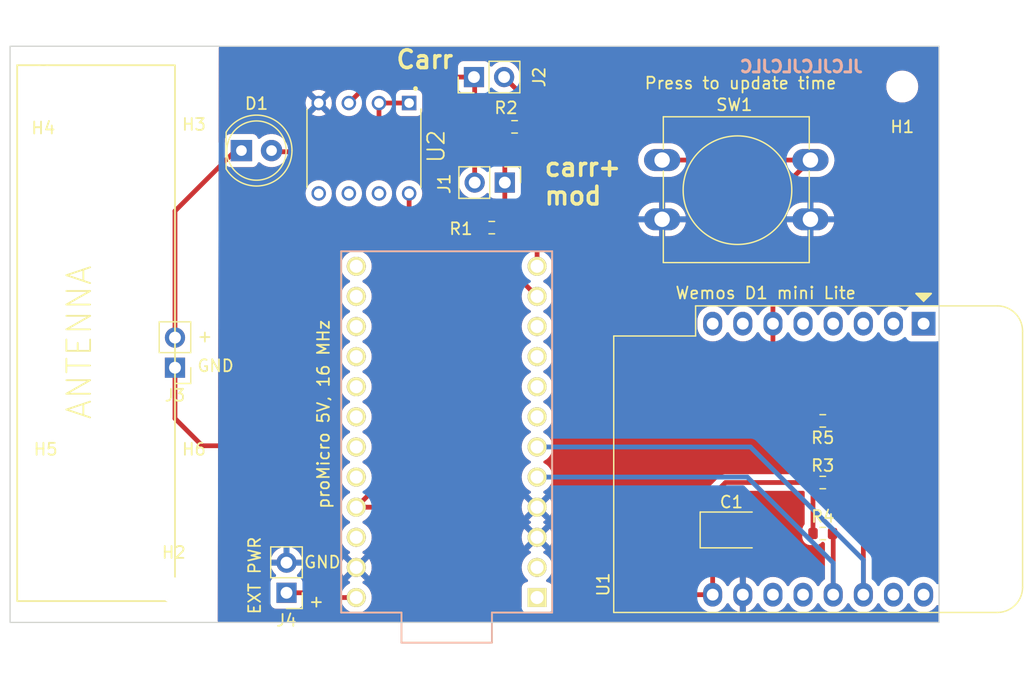
<source format=kicad_pcb>
(kicad_pcb (version 20221018) (generator pcbnew)
  (layers (0 "F.Cu" signal) (31 "B.Cu" signal) (34 "B.Paste" user) (35 "F.Paste" user) (36 "B.SilkS" user "B.Silkscreen") (37 "F.SilkS" user "F.Silkscreen") (38 "B.Mask" user) (39 "F.Mask" user) (44 "Edge.Cuts" user))
  (net 0 "")
  (net 1 "+5V")
  (net 2 "GND")
  (net 3 "Net-(D1-K)")
  (net 4 "Net-(D1-A)")
  (net 7 "Net-(J1-Pin_1)")
  (net 21 "Net-(J1-Pin_2)")
  (net 22 "/Carrier")
  (net 23 "Net-(U1-SCL{slash}D1)")
  (net 24 "Net-(U1-SDA{slash}D2)")
  (net 25 "Net-(U1-MOSI{slash}D7)")
  (net 26 "Vin")
  (net 27 "/Modulator")
  (footprint "MountingHole:MountingHole_2.2mm_M2" (layer "F.Cu") (at 208.7 53.4)
    (fp_text reference "H1" (at 0 3.4) (layer "F.SilkS"))
    (fp_text value "PCBHole")
    (pad "" np_thru_hole circle (at 0 0) (size 2.2 2.2) (drill 2.2) (layers "*.Cu" "*.Mask"))
  )
  (footprint "MountingHole:MountingHole_2.5mm" (layer "F.Cu") (at 136.3 53)
    (fp_text reference "H4" (at 0 3.9) (layer "F.SilkS"))
    (fp_text value "ANNTHole")
    (pad "" np_thru_hole circle (at 0 0) (size 2.5 2.5) (drill 2.5) (layers "*.Cu" "*.Mask"))
  )
  (footprint "Button_Switch_THT:SW_PUSH-12mm" (layer "F.Cu") (at 188.46 59.6)
    (fp_text reference "SW1" (at 6.08 -4.66) (layer "F.SilkS"))
    (fp_text value "SW_Push")
    (fp_line (start 0.1 -3.65) (end 12.4 -3.65) (stroke (width 0.12)) (layer "F.SilkS"))
    (fp_line (start 0.1 -0.93) (end 0.1 -3.65) (stroke (width 0.12)) (layer "F.SilkS"))
    (fp_line (start 0.1 4.07) (end 0.1 0.93) (stroke (width 0.12)) (layer "F.SilkS"))
    (fp_line (start 0.1 8.65) (end 0.1 5.93) (stroke (width 0.12)) (layer "F.SilkS"))
    (fp_line (start 12.4 -3.65) (end 12.4 -0.93) (stroke (width 0.12)) (layer "F.SilkS"))
    (fp_line (start 12.4 0.93) (end 12.4 4.07) (stroke (width 0.12)) (layer "F.SilkS"))
    (fp_line (start 12.4 5.93) (end 12.4 8.65) (stroke (width 0.12)) (layer "F.SilkS"))
    (fp_line (start 12.4 8.65) (end 0.1 8.65) (stroke (width 0.12)) (layer "F.SilkS"))
    (fp_circle (center 6.35 2.54) (end 10.16 5.08) (stroke (width 0.12)) (fill none) (layer "F.SilkS"))
    (pad "1" thru_hole oval (at 0 0) (size 3.048 1.85) (drill 1.3) (layers "*.Cu" "*.Mask") (net 25 "Net-(U1-MOSI{slash}D7)"))
    (pad "1" thru_hole oval (at 12.5 0) (size 3.048 1.85) (drill 1.3) (layers "*.Cu" "*.Mask") (net 25 "Net-(U1-MOSI{slash}D7)"))
    (pad "2" thru_hole oval (at 0 5) (size 3.048 1.85) (drill 1.3) (layers "*.Cu" "*.Mask") (net 2 "GND"))
    (pad "2" thru_hole oval (at 12.5 5) (size 3.048 1.85) (drill 1.3) (layers "*.Cu" "*.Mask") (net 2 "GND"))
  )
  (footprint "Connector_PinHeader_2.54mm:PinHeader_1x02_P2.54mm_Vertical" (layer "F.Cu") (at 156.8 96.1 180)
    (fp_text reference "J4" (at 0 -2.33) (layer "F.SilkS"))
    (fp_text value "Conn_01x02_Pin")
    (fp_line (start -1.33 -1.33) (end 0 -1.33) (stroke (width 0.12)) (layer "F.SilkS"))
    (fp_line (start -1.33 0) (end -1.33 -1.33) (stroke (width 0.12)) (layer "F.SilkS"))
    (fp_line (start -1.33 1.27) (end -1.33 3.87) (stroke (width 0.12)) (layer "F.SilkS"))
    (fp_line (start -1.33 1.27) (end 1.33 1.27) (stroke (width 0.12)) (layer "F.SilkS"))
    (fp_line (start -1.33 3.87) (end 1.33 3.87) (stroke (width 0.12)) (layer "F.SilkS"))
    (fp_line (start 1.33 1.27) (end 1.33 3.87) (stroke (width 0.12)) (layer "F.SilkS"))
    (pad "1" thru_hole rect (at 0 0 180) (size 1.7 1.7) (drill 1) (layers "*.Cu" "*.Mask") (net 26 "Vin"))
    (pad "2" thru_hole oval (at 0 2.54 180) (size 1.7 1.7) (drill 1) (layers "*.Cu" "*.Mask") (net 2 "GND"))
  )
  (footprint "Capacitor_Tantalum_SMD:CP_EIA-3528-12_Kemet-T_Pad1.50x2.35mm_HandSolder" (layer "F.Cu") (at 194.3 90.8)
    (fp_text reference "C1" (at 0 -2.35) (layer "F.SilkS"))
    (fp_text value "C_Polarized")
    (fp_line (start -2.635 -1.51) (end -2.635 1.51) (stroke (width 0.12)) (layer "F.SilkS"))
    (fp_line (start -2.635 1.51) (end 1.75 1.51) (stroke (width 0.12)) (layer "F.SilkS"))
    (fp_line (start 1.75 -1.51) (end -2.635 -1.51) (stroke (width 0.12)) (layer "F.SilkS"))
    (pad "1" smd roundrect (at -1.625 0) (size 1.5 2.35) (layers "F.Cu" "F.Paste" "F.Mask") (roundrect_rratio 0.166667) (net 1 "+5V"))
    (pad "2" smd roundrect (at 1.625 0) (size 1.5 2.35) (layers "F.Cu" "F.Paste" "F.Mask") (roundrect_rratio 0.166667) (net 2 "GND"))
  )
  (footprint "MountingHole:MountingHole_2.5mm" (layer "F.Cu") (at 149 87.5)
    (fp_text reference "H6" (at 0 -3.5) (layer "F.SilkS"))
    (fp_text value "ANNTHole")
    (pad "" np_thru_hole circle (at 0 0) (size 2.5 2.5) (drill 2.5) (layers "*.Cu" "*.Mask"))
  )
  (footprint "MountingHole:MountingHole_2.5mm" (layer "F.Cu") (at 136.5 87.5)
    (fp_text reference "H5" (at 0 -3.5) (layer "F.SilkS"))
    (fp_text value "ANNTHole")
    (pad "" np_thru_hole circle (at 0 0) (size 2.5 2.5) (drill 2.5) (layers "*.Cu" "*.Mask"))
  )
  (footprint "MountingHole:MountingHole_2.5mm" (layer "F.Cu") (at 149 53)
    (fp_text reference "H3" (at 0 3.6) (layer "F.SilkS"))
    (fp_text value "ANNTHole")
    (pad "" np_thru_hole circle (at 0 0) (size 2.5 2.5) (drill 2.5) (layers "*.Cu" "*.Mask"))
  )
  (footprint "LED_THT:LED_D5.0mm" (layer "F.Cu") (at 153 58.8)
    (fp_text reference "D1" (at 1.27 -3.96) (layer "F.SilkS"))
    (fp_text value "LED")
    (fp_line (start -1.29 -1.545) (end -1.29 1.545) (stroke (width 0.12)) (layer "F.SilkS"))
    (fp_arc (start -1.29 -1.54483) (mid 2.072002 -2.880433) (end 4.26 0.000462) (stroke (width 0.12)) (layer "F.SilkS"))
    (fp_arc (start 4.26 -0.000462) (mid 2.072002 2.880433) (end -1.29 1.54483) (stroke (width 0.12)) (layer "F.SilkS"))
    (fp_circle (center 1.27 0) (end 3.77 0) (stroke (width 0.12)) (fill none) (layer "F.SilkS"))
    (pad "1" thru_hole rect (at 0 0) (size 1.8 1.8) (drill 0.9) (layers "*.Cu" "*.Mask") (net 3 "Net-(D1-K)"))
    (pad "2" thru_hole circle (at 2.54 0) (size 1.8 1.8) (drill 0.9) (layers "*.Cu" "*.Mask") (net 4 "Net-(D1-A)"))
  )
  (footprint "MountingHole:MountingHole_2.2mm_M2" (layer "F.Cu") (at 147.3 95.9)
    (fp_text reference "H2" (at 0 -3.2) (layer "F.SilkS"))
    (fp_text value "PCBHole")
    (pad "" np_thru_hole circle (at 0 0) (size 2.2 2.2) (drill 2.2) (layers "*.Cu" "*.Mask"))
  )
  (footprint "Resistor_SMD:R_0603_1608Metric" (layer "F.Cu") (at 176.025 56.8 180)
    (fp_text reference "R2" (at 0.725 1.6) (layer "F.SilkS"))
    (fp_text value "10k")
    (fp_line (start -0.237258 -0.5225) (end 0.237258 -0.5225) (stroke (width 0.12)) (layer "F.SilkS"))
    (fp_line (start -0.237258 0.5225) (end 0.237258 0.5225) (stroke (width 0.12)) (layer "F.SilkS"))
    (pad "1" smd roundrect (at -0.825 0 180) (size 0.8 0.95) (layers "F.Cu" "F.Paste" "F.Mask") (net 22 "/Carrier"))
    (pad "2" smd roundrect (at 0.825 0 180) (size 0.8 0.95) (layers "F.Cu" "F.Paste" "F.Mask") (net 7 "Net-(J1-Pin_1)"))
  )
  (footprint "Resistor_SMD:R_0603_1608Metric" (layer "F.Cu") (at 202 81.6 180)
    (fp_text reference "R5" (at 0 -1.43) (layer "F.SilkS"))
    (fp_text value "4k7")
    (fp_line (start -0.237258 -0.5225) (end 0.237258 -0.5225) (stroke (width 0.12)) (layer "F.SilkS"))
    (fp_line (start -0.237258 0.5225) (end 0.237258 0.5225) (stroke (width 0.12)) (layer "F.SilkS"))
    (pad "1" smd roundrect (at -0.825 0 180) (size 0.8 0.95) (layers "F.Cu" "F.Paste" "F.Mask") (net 25 "Net-(U1-MOSI{slash}D7)"))
    (pad "2" smd roundrect (at 0.825 0 180) (size 0.8 0.95) (layers "F.Cu" "F.Paste" "F.Mask") (net 1 "+5V"))
  )
  (footprint "_MyLib:DIP762W46P254L960H508Q8" (layer "F.Cu") (at 163.325 58.6 -90)
    (fp_text reference "U2" (at -0.155 -6.089 90) (layer "F.SilkS") (effects (font (size 1.4 1.4))))
    (fp_text value "LM358N")
    (fp_line (start -3.3 -4.8) (end 3.3 -4.8) (stroke (width 0.127)) (layer "F.SilkS"))
    (fp_line (start -3.3 4.8) (end 3.3 4.8) (stroke (width 0.127)) (layer "F.SilkS"))
    (fp_circle (center -5.03 -4.35) (end -4.93 -4.35) (stroke (width 0.2)) (fill none) (layer "F.SilkS"))
    (pad "1" thru_hole rect (at -3.81 -3.81 270) (size 1.22 1.22) (drill 0.81) (layers "*.Cu" "*.Mask") (net 4 "Net-(D1-A)"))
    (pad "2" thru_hole circle (at -3.81 -1.27 270) (size 1.22 1.22) (drill 0.81) (layers "*.Cu" "*.Mask") (net 4 "Net-(D1-A)"))
    (pad "3" thru_hole circle (at -3.81 1.27 270) (size 1.22 1.22) (drill 0.81) (layers "*.Cu" "*.Mask") (net 21 "Net-(J1-Pin_2)"))
    (pad "4" thru_hole circle (at -3.81 3.81 270) (size 1.22 1.22) (drill 0.81) (layers "*.Cu" "*.Mask") (net 2 "GND"))
    (pad "5" thru_hole circle (at 3.81 3.81 270) (size 1.22 1.22) (drill 0.81) (layers "*.Cu" "*.Mask"))
    (pad "6" thru_hole circle (at 3.81 1.27 270) (size 1.22 1.22) (drill 0.81) (layers "*.Cu" "*.Mask"))
    (pad "7" thru_hole circle (at 3.81 -1.27 270) (size 1.22 1.22) (drill 0.81) (layers "*.Cu" "*.Mask"))
    (pad "8" thru_hole circle (at 3.81 -3.81 270) (size 1.22 1.22) (drill 0.81) (layers "*.Cu" "*.Mask") (net 1 "+5V"))
  )
  (footprint "Resistor_SMD:R_0603_1608Metric" (layer "F.Cu") (at 202 86.8)
    (fp_text reference "R3" (at 0 -1.43) (layer "F.SilkS"))
    (fp_text value "4k7")
    (fp_line (start -0.237258 -0.5225) (end 0.237258 -0.5225) (stroke (width 0.12)) (layer "F.SilkS"))
    (fp_line (start -0.237258 0.5225) (end 0.237258 0.5225) (stroke (width 0.12)) (layer "F.SilkS"))
    (pad "1" smd roundrect (at -0.825 0) (size 0.8 0.95) (layers "F.Cu" "F.Paste" "F.Mask") (net 1 "+5V"))
    (pad "2" smd roundrect (at 0.825 0) (size 0.8 0.95) (layers "F.Cu" "F.Paste" "F.Mask") (net 23 "Net-(U1-SCL{slash}D1)"))
  )
  (footprint "Connector_PinHeader_2.54mm:PinHeader_1x02_P2.54mm_Vertical" (layer "F.Cu") (at 147.4 77.115 180)
    (fp_text reference "J3" (at 0 -2.33) (layer "F.SilkS"))
    (fp_text value "ANT1")
    (fp_line (start -1.33 -1.33) (end 0 -1.33) (stroke (width 0.12)) (layer "F.SilkS"))
    (fp_line (start -1.33 0) (end -1.33 -1.33) (stroke (width 0.12)) (layer "F.SilkS"))
    (fp_line (start -1.33 1.27) (end -1.33 3.87) (stroke (width 0.12)) (layer "F.SilkS"))
    (fp_line (start -1.33 1.27) (end 1.33 1.27) (stroke (width 0.12)) (layer "F.SilkS"))
    (fp_line (start -1.33 3.87) (end 1.33 3.87) (stroke (width 0.12)) (layer "F.SilkS"))
    (fp_line (start 1.33 1.27) (end 1.33 3.87) (stroke (width 0.12)) (layer "F.SilkS"))
    (pad "1" thru_hole rect (at 0 0 180) (size 1.7 1.7) (drill 1) (layers "*.Cu" "*.Mask") (net 2 "GND"))
    (pad "2" thru_hole oval (at 0 2.54 180) (size 1.7 1.7) (drill 1) (layers "*.Cu" "*.Mask") (net 3 "Net-(D1-K)"))
  )
  (footprint "Resistor_SMD:R_0603_1608Metric" (layer "F.Cu") (at 202 91.1)
    (fp_text reference "R4" (at 0 -1.43) (layer "F.SilkS"))
    (fp_text value "4k7")
    (fp_line (start -0.237258 -0.5225) (end 0.237258 -0.5225) (stroke (width 0.12)) (layer "F.SilkS"))
    (fp_line (start -0.237258 0.5225) (end 0.237258 0.5225) (stroke (width 0.12)) (layer "F.SilkS"))
    (pad "1" smd roundrect (at -0.825 0) (size 0.8 0.95) (layers "F.Cu" "F.Paste" "F.Mask") (net 1 "+5V"))
    (pad "2" smd roundrect (at 0.825 0) (size 0.8 0.95) (layers "F.Cu" "F.Paste" "F.Mask") (net 24 "Net-(U1-SDA{slash}D2)"))
  )
  (footprint "Connector_PinHeader_2.54mm:PinHeader_1x02_P2.54mm_Vertical" (layer "F.Cu") (at 175.2 61.5 -90)
    (fp_text reference "J1" (at 0.1 5.1 90) (layer "F.SilkS"))
    (fp_text value "Conn_01x02_Pin")
    (fp_line (start -1.33 -1.33) (end 0 -1.33) (stroke (width 0.12)) (layer "F.SilkS"))
    (fp_line (start -1.33 0) (end -1.33 -1.33) (stroke (width 0.12)) (layer "F.SilkS"))
    (fp_line (start -1.33 1.27) (end -1.33 3.87) (stroke (width 0.12)) (layer "F.SilkS"))
    (fp_line (start -1.33 1.27) (end 1.33 1.27) (stroke (width 0.12)) (layer "F.SilkS"))
    (fp_line (start -1.33 3.87) (end 1.33 3.87) (stroke (width 0.12)) (layer "F.SilkS"))
    (fp_line (start 1.33 1.27) (end 1.33 3.87) (stroke (width 0.12)) (layer "F.SilkS"))
    (pad "1" thru_hole rect (at 0 0 270) (size 1.7 1.7) (drill 1) (layers "*.Cu" "*.Mask") (net 7 "Net-(J1-Pin_1)"))
    (pad "2" thru_hole oval (at 0 2.54 270) (size 1.7 1.7) (drill 1) (layers "*.Cu" "*.Mask") (net 21 "Net-(J1-Pin_2)"))
  )
  (footprint "Module:WEMOS_D1_mini_light" (layer "F.Cu") (at 210.5 73.4 -90)
    (fp_text reference "U1" (at 22 27 90) (layer "F.SilkS"))
    (fp_text value "WeMos_D1_mini")
    (fp_line (start -1.5 19.22) (end -1.5 -6.21) (stroke (width 0.12)) (layer "F.SilkS"))
    (fp_line (start -1.5 19.22) (end 1.04 19.22) (stroke (width 0.12)) (layer "F.SilkS"))
    (fp_line (start 1.04 19.22) (end 1.04 26.12) (stroke (width 0.12)) (layer "F.SilkS"))
    (fp_line (start 1.04 26.12) (end 24.36 26.12) (stroke (width 0.12)) (layer "F.SilkS"))
    (fp_line (start 22.24 -8.34) (end 0.63 -8.34) (stroke (width 0.12)) (layer "F.SilkS"))
    (fp_line (start 24.36 26.12) (end 24.36 -6.21) (stroke (width 0.12)) (layer "F.SilkS"))
    (fp_arc (start -1.5 -6.21) (mid -0.876137 -7.716137) (end 0.63 -8.34) (stroke (width 0.12)) (layer "F.SilkS"))
    (fp_arc (start 22.23 -8.34) (mid 23.736137 -7.716137) (end 24.36 -6.21) (stroke (width 0.12)) (layer "F.SilkS"))
    (fp_poly (pts (xy -2.54 -0.635) (xy -2.54 0.635) (xy -1.905 0)) (stroke (width 0.15)) (fill solid) (layer "F.SilkS"))
    (pad "1" thru_hole rect (at 0 0 270) (size 2 2) (drill 1) (layers "*.Cu" "*.Mask"))
    (pad "2" thru_hole oval (at 0 2.54 270) (size 2 1.6) (drill 1) (layers "*.Cu" "*.Mask"))
    (pad "3" thru_hole oval (at 0 5.08 270) (size 2 1.6) (drill 1) (layers "*.Cu" "*.Mask"))
    (pad "4" thru_hole oval (at 0 7.62 270) (size 2 1.6) (drill 1) (layers "*.Cu" "*.Mask"))
    (pad "5" thru_hole oval (at 0 10.16 270) (size 2 1.6) (drill 1) (layers "*.Cu" "*.Mask"))
    (pad "6" thru_hole oval (at 0 12.7 270) (size 2 1.6) (drill 1) (layers "*.Cu" "*.Mask") (net 25 "Net-(U1-MOSI{slash}D7)"))
    (pad "7" thru_hole oval (at 0 15.24 270) (size 2 1.6) (drill 1) (layers "*.Cu" "*.Mask"))
    (pad "8" thru_hole oval (at 0 17.78 270) (size 2 1.6) (drill 1) (layers "*.Cu" "*.Mask"))
    (pad "9" thru_hole oval (at 22.86 17.78 270) (size 2 1.6) (drill 1) (layers "*.Cu" "*.Mask") (net 1 "+5V"))
    (pad "10" thru_hole oval (at 22.86 15.24 270) (size 2 1.6) (drill 1) (layers "*.Cu" "*.Mask") (net 2 "GND"))
    (pad "11" thru_hole oval (at 22.86 12.7 270) (size 2 1.6) (drill 1) (layers "*.Cu" "*.Mask"))
    (pad "12" thru_hole oval (at 22.86 10.16 270) (size 2 1.6) (drill 1) (layers "*.Cu" "*.Mask"))
    (pad "13" thru_hole oval (at 22.86 7.62 270) (size 2 1.6) (drill 1) (layers "*.Cu" "*.Mask") (net 24 "Net-(U1-SDA{slash}D2)"))
    (pad "14" thru_hole oval (at 22.86 5.08 270) (size 2 1.6) (drill 1) (layers "*.Cu" "*.Mask") (net 23 "Net-(U1-SCL{slash}D1)"))
    (pad "15" thru_hole oval (at 22.86 2.54 270) (size 2 1.6) (drill 1) (layers "*.Cu" "*.Mask"))
    (pad "16" thru_hole oval (at 22.86 0 270) (size 2 1.6) (drill 1) (layers "*.Cu" "*.Mask"))
  )
  (footprint "promicro:ProMicro" (layer "F.Cu") (at 170.3 82.53 90)
    (fp_text reference "U3" hide)
    (fp_text value "ProMicro")
    (fp_line (start -17.78 -3.81) (end -15.24 -3.81) (stroke (width 0.15)) (layer "B.SilkS"))
    (fp_line (start -17.78 3.81) (end -17.78 -3.81) (stroke (width 0.15)) (layer "B.SilkS"))
    (fp_line (start -15.24 -8.89) (end 15.24 -8.89) (stroke (width 0.15)) (layer "B.SilkS"))
    (fp_line (start -15.24 -3.81) (end -15.24 -8.89) (stroke (width 0.15)) (layer "B.SilkS"))
    (fp_line (start -15.24 3.81) (end -17.78 3.81) (stroke (width 0.15)) (layer "B.SilkS"))
    (fp_line (start -15.24 8.89) (end -15.24 3.81) (stroke (width 0.15)) (layer "B.SilkS"))
    (fp_line (start 15.24 -8.89) (end 15.24 8.89) (stroke (width 0.15)) (layer "B.SilkS"))
    (fp_line (start 15.24 8.89) (end -15.24 8.89) (stroke (width 0.15)) (layer "B.SilkS"))
    (fp_line (start -17.78 -3.81) (end -15.24 -3.81) (stroke (width 0.15)) (layer "F.SilkS"))
    (fp_line (start -17.78 3.81) (end -17.78 -3.81) (stroke (width 0.15)) (layer "F.SilkS"))
    (fp_line (start -15.24 -8.89) (end 15.24 -8.89) (stroke (width 0.15)) (layer "F.SilkS"))
    (fp_line (start -15.24 -3.81) (end -15.24 -8.89) (stroke (width 0.15)) (layer "F.SilkS"))
    (fp_line (start -15.24 3.81) (end -17.78 3.81) (stroke (width 0.15)) (layer "F.SilkS"))
    (fp_line (start -15.24 8.89) (end -15.24 3.81) (stroke (width 0.15)) (layer "F.SilkS"))
    (fp_line (start -15.24 8.89) (end 15.24 8.89) (stroke (width 0.15)) (layer "F.SilkS"))
    (fp_line (start 15.24 -8.89) (end 15.24 8.89) (stroke (width 0.15)) (layer "F.SilkS"))
    (pad "1" thru_hole rect (at -13.97 7.62 90) (size 1.6 1.6) (drill 1.1) (layers "*.Cu" "*.Mask" "F.SilkS"))
    (pad "2" thru_hole circle (at -11.43 7.62 90) (size 1.6 1.6) (drill 1.1) (layers "*.Cu" "*.Mask" "F.SilkS"))
    (pad "3" thru_hole circle (at -8.89 7.62 90) (size 1.6 1.6) (drill 1.1) (layers "*.Cu" "*.Mask" "F.SilkS") (net 2 "GND"))
    (pad "4" thru_hole circle (at -6.35 7.62 90) (size 1.6 1.6) (drill 1.1) (layers "*.Cu" "*.Mask" "F.SilkS") (net 2 "GND"))
    (pad "5" thru_hole circle (at -3.81 7.62 90) (size 1.6 1.6) (drill 1.1) (layers "*.Cu" "*.Mask" "F.SilkS") (net 24 "Net-(U1-SDA{slash}D2)"))
    (pad "6" thru_hole circle (at -1.27 7.62 90) (size 1.6 1.6) (drill 1.1) (layers "*.Cu" "*.Mask" "F.SilkS") (net 23 "Net-(U1-SCL{slash}D1)"))
    (pad "7" thru_hole circle (at 1.27 7.62 90) (size 1.6 1.6) (drill 1.1) (layers "*.Cu" "*.Mask" "F.SilkS"))
    (pad "8" thru_hole circle (at 3.81 7.62 90) (size 1.6 1.6) (drill 1.1) (layers "*.Cu" "*.Mask" "F.SilkS"))
    (pad "9" thru_hole circle (at 6.35 7.62 90) (size 1.6 1.6) (drill 1.1) (layers "*.Cu" "*.Mask" "F.SilkS"))
    (pad "10" thru_hole circle (at 8.89 7.62 90) (size 1.6 1.6) (drill 1.1) (layers "*.Cu" "*.Mask" "F.SilkS"))
    (pad "11" thru_hole circle (at 11.43 7.62 90) (size 1.6 1.6) (drill 1.1) (layers "*.Cu" "*.Mask" "F.SilkS") (net 27 "/Modulator"))
    (pad "12" thru_hole circle (at 13.97 7.62 90) (size 1.6 1.6) (drill 1.1) (layers "*.Cu" "*.Mask" "F.SilkS") (net 22 "/Carrier"))
    (pad "13" thru_hole circle (at 13.97 -7.62 90) (size 1.6 1.6) (drill 1.1) (layers "*.Cu" "*.Mask" "F.SilkS"))
    (pad "14" thru_hole circle (at 11.43 -7.62 90) (size 1.6 1.6) (drill 1.1) (layers "*.Cu" "*.Mask" "F.SilkS"))
    (pad "15" thru_hole circle (at 8.89 -7.62 90) (size 1.6 1.6) (drill 1.1) (layers "*.Cu" "*.Mask" "F.SilkS"))
    (pad "16" thru_hole circle (at 6.35 -7.62 90) (size 1.6 1.6) (drill 1.1) (layers "*.Cu" "*.Mask" "F.SilkS"))
    (pad "17" thru_hole circle (at 3.81 -7.62 90) (size 1.6 1.6) (drill 1.1) (layers "*.Cu" "*.Mask" "F.SilkS"))
    (pad "18" thru_hole circle (at 1.27 -7.62 90) (size 1.6 1.6) (drill 1.1) (layers "*.Cu" "*.Mask" "F.SilkS"))
    (pad "19" thru_hole circle (at -1.27 -7.62 90) (size 1.6 1.6) (drill 1.1) (layers "*.Cu" "*.Mask" "F.SilkS"))
    (pad "20" thru_hole circle (at -3.81 -7.62 90) (size 1.6 1.6) (drill 1.1) (layers "*.Cu" "*.Mask" "F.SilkS"))
    (pad "21" thru_hole circle (at -6.35 -7.62 90) (size 1.6 1.6) (drill 1.1) (layers "*.Cu" "*.Mask" "F.SilkS") (net 1 "+5V"))
    (pad "22" thru_hole circle (at -8.89 -7.62 90) (size 1.6 1.6) (drill 1.1) (layers "*.Cu" "*.Mask" "F.SilkS"))
    (pad "23" thru_hole circle (at -11.43 -7.62 90) (size 1.6 1.6) (drill 1.1) (layers "*.Cu" "*.Mask" "F.SilkS") (net 2 "GND"))
    (pad "24" thru_hole circle (at -13.97 -7.62 90) (size 1.6 1.6) (drill 1.1) (layers "*.Cu" "*.Mask" "F.SilkS") (net 26 "Vin"))
  )
  (footprint "Resistor_SMD:R_0603_1608Metric" (layer "F.Cu") (at 174.1 65.3)
    (fp_text reference "R1" (at -2.6 0.1) (layer "F.SilkS"))
    (fp_text value "1k5")
    (fp_line (start -0.237258 -0.5225) (end 0.237258 -0.5225) (stroke (width 0.12)) (layer "F.SilkS"))
    (fp_line (start -0.237258 0.5225) (end 0.237258 0.5225) (stroke (width 0.12)) (layer "F.SilkS"))
    (pad "1" smd roundrect (at -0.825 0) (size 0.8 0.95) (layers "F.Cu" "F.Paste" "F.Mask") (net 7 "Net-(J1-Pin_1)"))
    (pad "2" smd roundrect (at 0.825 0) (size 0.8 0.95) (layers "F.Cu" "F.Paste" "F.Mask") (net 27 "/Modulator"))
  )
  (footprint "Connector_PinHeader_2.54mm:PinHeader_1x02_P2.54mm_Vertical" (layer "F.Cu") (at 172.6 52.6 90)
    (fp_text reference "J2" (at 0 5.5 90) (layer "F.SilkS"))
    (fp_text value "Conn_01x02_Pin")
    (fp_line (start -1.33 -1.33) (end 0 -1.33) (stroke (width 0.12)) (layer "F.SilkS"))
    (fp_line (start -1.33 0) (end -1.33 -1.33) (stroke (width 0.12)) (layer "F.SilkS"))
    (fp_line (start -1.33 1.27) (end -1.33 3.87) (stroke (width 0.12)) (layer "F.SilkS"))
    (fp_line (start -1.33 1.27) (end 1.33 1.27) (stroke (width 0.12)) (layer "F.SilkS"))
    (fp_line (start -1.33 3.87) (end 1.33 3.87) (stroke (width 0.12)) (layer "F.SilkS"))
    (fp_line (start 1.33 1.27) (end 1.33 3.87) (stroke (width 0.12)) (layer "F.SilkS"))
    (pad "1" thru_hole rect (at 0 0 90) (size 1.7 1.7) (drill 1) (layers "*.Cu" "*.Mask") (net 21 "Net-(J1-Pin_2)"))
    (pad "2" thru_hole oval (at 0 2.54 90) (size 1.7 1.7) (drill 1) (layers "*.Cu" "*.Mask") (net 22 "/Carrier"))
  )
  (gr_rect (start 134.1 51.6) (end 147.4 96.8) (stroke (width 0.15)) (fill none) (layer "F.SilkS"))
  (gr_rect (start 133.5 50) (end 211.8 98.6) (stroke (width 0.1)) (fill none) (layer "Edge.Cuts"))
  (gr_text "JLCJLCJLCJLC" (at 205.5 52.3) (layer "B.SilkS") (effects (font (size 1 1) (thickness 0.25) bold) (justify left bottom mirror)))
  (gr_text "Carr" (at 165.9 52) (layer "F.SilkS") (effects (font (size 1.5 1.5) (thickness 0.3) bold) (justify left bottom)))
  (gr_text "EXT PWR" (at 154.7 98 90) (layer "F.SilkS") (effects (font (size 1 1)) (justify left bottom)))
  (gr_text "Press to update time" (at 186.9 53.7) (layer "F.SilkS") (effects (font (size 1 1)) (justify left bottom)))
  (gr_text "+" (at 149.2 75.04) (layer "F.SilkS") (effects (font (size 1 1)) (justify left bottom)))
  (gr_text "GND" (at 149.2 77.54) (layer "F.SilkS") (effects (font (size 1 1)) (justify left bottom)))
  (gr_text "GND" (at 158.2 94.1) (layer "F.SilkS") (effects (font (size 1 1)) (justify left bottom)))
  (gr_text "proMicro 5V, 16 MHz" (at 160.5 89.1 90) (layer "F.SilkS") (effects (font (size 1 1)) (justify left bottom)))
  (gr_text "Wemos D1 mini Lite" (at 189.5 71.4) (layer "F.SilkS") (effects (font (size 1 1)) (justify left bottom)))
  (gr_text "ANTENNA" (at 140.5 81.6 90) (layer "F.SilkS") (effects (font (size 2 2)) (justify left bottom)))
  (gr_text "+" (at 158.6 97.4) (layer "F.SilkS") (effects (font (size 1 1)) (justify left bottom)))
  (gr_text "carr+\nmod" (at 178.4 63.5) (layer "F.SilkS") (effects (font (size 1.5 1.5) (thickness 0.3) bold) (justify left bottom)))
  (segment (start 193.8 86.8) (end 201.175 86.8) (width 0.4) (layer "F.Cu") (net 1))
  (segment (start 181.7 98.1) (end 172.3 98.1) (width 0.4) (layer "F.Cu") (net 1))
  (segment (start 201.175 91.1) (end 201.175 86.8) (width 0.4) (layer "F.Cu") (net 1))
  (segment (start 192.72 96.26) (end 183.54 96.26) (width 0.4) (layer "F.Cu") (net 1))
  (segment (start 168.9 94.7) (end 168.9 93.2) (width 0.4) (layer "F.Cu") (net 1))
  (segment (start 192.7 87.9) (end 193.8 86.8) (width 0.4) (layer "F.Cu") (net 1))
  (segment (start 164.58 88.88) (end 162.68 88.88) (width 0.4) (layer "F.Cu") (net 1))
  (segment (start 201.175 86.8) (end 201.175 81.6) (width 0.4) (layer "F.Cu") (net 1))
  (segment (start 183.54 96.26) (end 181.7 98.1) (width 0.4) (layer "F.Cu") (net 1))
  (segment (start 192.72 90.845) (end 192.72 96.26) (width 0.4) (layer "F.Cu") (net 1))
  (segment (start 192.675 90.8) (end 192.72 90.845) (width 0.4) (layer "F.Cu") (net 1))
  (segment (start 162.68 88.88) (end 167.135 84.425) (width 0.4) (layer "F.Cu") (net 1))
  (segment (start 192.7 90.775) (end 192.7 87.9) (width 0.4) (layer "F.Cu") (net 1))
  (segment (start 167.135 84.425) (end 167.135 62.41) (width 0.4) (layer "F.Cu") (net 1))
  (segment (start 172.3 98.1) (end 168.9 94.7) (width 0.4) (layer "F.Cu") (net 1))
  (segment (start 168.9 93.2) (end 164.58 88.88) (width 0.4) (layer "F.Cu") (net 1))
  (segment (start 192.675 90.8) (end 192.7 90.775) (width 0.4) (layer "F.Cu") (net 1))
  (segment (start 156.8 87.3) (end 156.8 93.56) (width 0.4) (layer "F.Cu") (net 2))
  (segment (start 149.7 83.7) (end 153.2 83.7) (width 0.4) (layer "F.Cu") (net 2))
  (segment (start 147.4 77.115) (end 147.4 81.4) (width 0.4) (layer "F.Cu") (net 2))
  (segment (start 195.925 93.075) (end 195.925 90.8) (width 0.4) (layer "F.Cu") (net 2))
  (segment (start 153.2 83.7) (end 156.8 87.3) (width 0.4) (layer "F.Cu") (net 2))
  (segment (start 195.26 96.26) (end 195.26 93.74) (width 0.4) (layer "F.Cu") (net 2))
  (segment (start 147.4 81.4) (end 149.7 83.7) (width 0.4) (layer "F.Cu") (net 2))
  (segment (start 195.26 93.74) (end 195.925 93.075) (width 0.4) (layer "F.Cu") (net 2))
  (segment (start 147.4 74.575) (end 147.4 63.9) (width 0.4) (layer "F.Cu") (net 3))
  (segment (start 152.5 58.8) (end 153 58.8) (width 0.4) (layer "F.Cu") (net 3))
  (segment (start 147.4 63.9) (end 152.5 58.8) (width 0.4) (layer "F.Cu") (net 3))
  (segment (start 155.64 58.9) (end 163.2 58.9) (width 0.4) (layer "F.Cu") (net 4))
  (segment (start 164.595 57.505) (end 164.595 54.79) (width 0.4) (layer "F.Cu") (net 4))
  (segment (start 163.2 58.9) (end 164.595 57.505) (width 0.4) (layer "F.Cu") (net 4))
  (segment (start 167.135 54.79) (end 164.595 54.79) (width 0.4) (layer "F.Cu") (net 4))
  (segment (start 155.54 58.8) (end 155.64 58.9) (width 0.4) (layer "F.Cu") (net 4))
  (segment (start 175.2 59.6) (end 175.2 56.8) (width 0.4) (layer "F.Cu") (net 7))
  (segment (start 175.2 63.5) (end 175.2 61.5) (width 0.4) (layer "F.Cu") (net 7))
  (segment (start 174.8 63.9) (end 175.2 63.5) (width 0.4) (layer "F.Cu") (net 7))
  (segment (start 175.2 61.5) (end 175.2 59.6) (width 0.4) (layer "F.Cu") (net 7))
  (segment (start 173.275 64.725) (end 174.1 63.9) (width 0.4) (layer "F.Cu") (net 7))
  (segment (start 174.1 63.9) (end 174.8 63.9) (width 0.4) (layer "F.Cu") (net 7))
  (segment (start 173.275 65.3) (end 173.275 64.725) (width 0.4) (layer "F.Cu") (net 7))
  (segment (start 164.245 52.6) (end 162.055 54.79) (width 0.4) (layer "F.Cu") (net 21))
  (segment (start 172.6 52.6) (end 164.245 52.6) (width 0.4) (layer "F.Cu") (net 21))
  (segment (start 172.66 61.5) (end 172.66 52.66) (width 0.4) (layer "F.Cu") (net 21))
  (segment (start 172.66 52.66) (end 172.6 52.6) (width 0.4) (layer "F.Cu") (net 21))
  (segment (start 176.85 54.31) (end 176.85 56.8) (width 0.4) (layer "F.Cu") (net 22))
  (segment (start 177.92 57.87) (end 176.85 56.8) (width 0.4) (layer "F.Cu") (net 22))
  (segment (start 177.92 68.56) (end 177.92 57.87) (width 0.4) (layer "F.Cu") (net 22))
  (segment (start 175.14 52.6) (end 176.85 54.31) (width 0.4) (layer "F.Cu") (net 22))
  (segment (start 205.42 96.26) (end 205.42 89.395) (width 0.4) (layer "F.Cu") (net 23))
  (segment (start 205.42 89.395) (end 202.825 86.8) (width 0.4) (layer "F.Cu") (net 23))
  (segment (start 205.42 93.32) (end 195.9 83.8) (width 0.4) (layer "B.Cu") (net 23))
  (segment (start 195.9 83.8) (end 177.92 83.8) (width 0.4) (layer "B.Cu") (net 23))
  (segment (start 205.42 96.26) (end 205.42 93.32) (width 0.4) (layer "B.Cu") (net 23))
  (segment (start 202.88 91.155) (end 202.825 91.1) (width 0.4) (layer "F.Cu") (net 24))
  (segment (start 202.88 96.26) (end 202.88 91.155) (width 0.4) (layer "F.Cu") (net 24))
  (segment (start 202.88 93.58) (end 195.64 86.34) (width 0.4) (layer "B.Cu") (net 24))
  (segment (start 202.88 96.26) (end 202.88 93.58) (width 0.4) (layer "B.Cu") (net 24))
  (segment (start 195.64 86.34) (end 177.92 86.34) (width 0.4) (layer "B.Cu") (net 24))
  (segment (start 197.8 76.1) (end 200.4 78.7) (width 0.4) (layer "F.Cu") (net 25))
  (segment (start 202.825 79.625) (end 202.825 81.6) (width 0.4) (layer "F.Cu") (net 25))
  (segment (start 201.9 78.7) (end 202.825 79.625) (width 0.4) (layer "F.Cu") (net 25))
  (segment (start 197.8 62.76) (end 200.96 59.6) (width 0.4) (layer "F.Cu") (net 25))
  (segment (start 197.8 73.4) (end 197.8 76.1) (width 0.4) (layer "F.Cu") (net 25))
  (segment (start 200.4 78.7) (end 201.9 78.7) (width 0.4) (layer "F.Cu") (net 25))
  (segment (start 197.8 73.4) (end 197.8 62.76) (width 0.4) (layer "F.Cu") (net 25))
  (segment (start 200.96 59.6) (end 188.46 59.6) (width 0.4) (layer "F.Cu") (net 25))
  (segment (start 159.9 96.5) (end 162.68 96.5) (width 0.4) (layer "F.Cu") (net 26))
  (segment (start 159.5 96.1) (end 159.9 96.5) (width 0.4) (layer "F.Cu") (net 26))
  (segment (start 156.8 96.1) (end 159.5 96.1) (width 0.4) (layer "F.Cu") (net 26))
  (segment (start 177.92 71.1) (end 174.925 68.105) (width 0.4) (layer "F.Cu") (net 27))
  (segment (start 174.925 68.105) (end 174.925 65.3) (width 0.4) (layer "F.Cu") (net 27))
  (zone (net 2) (net_name "GND") (layer "F.Cu") (name "GND_FRONT") (priority 1) (connect_pads (clearance 0.5)) (min_thickness 0.25) (fill yes (thermal_gap 0.5) (thermal_bridge_width 0.5))
    (polygon (pts (xy 148.7 48.1) (xy 215.7 46.1) (xy 214.4 104.3) (xy 151 102.2) (xy 151.1 48)))
  )
  (zone (net 2) (net_name "GND") (layer "B.Cu") (name "GND_BOTTOM") (connect_pads (clearance 0.5)) (min_thickness 0.25) (fill yes (thermal_gap 0.5) (thermal_bridge_width 0.5))
    (polygon (pts (xy 151.1 49.4) (xy 213.3 47.7) (xy 213.3 100.9) (xy 151 101.2)))
  )
)
</source>
